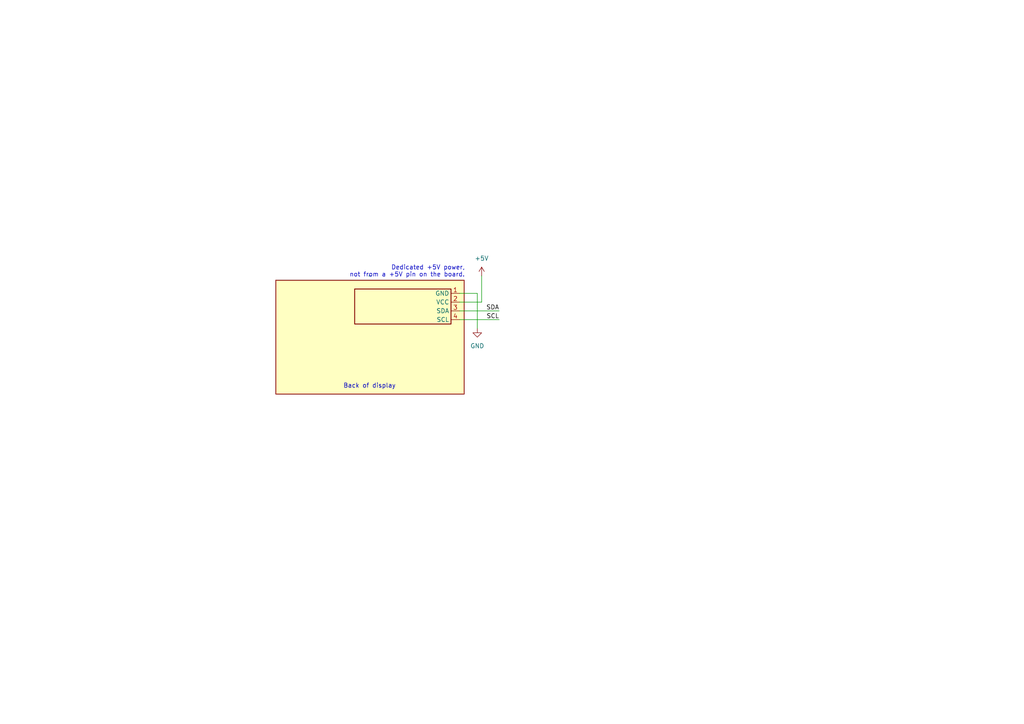
<source format=kicad_sch>
(kicad_sch (version 20231120) (generator "eeschema") (generator_version "8.0")
  (paper "A4")
  (lib_symbols
    (symbol "power:+5V" (power) (pin_numbers hide) (pin_names (offset 0) hide)
      (property "Value" "+5V" (at 0 3.556 0))
      (symbol "+5V_0_1"
        (polyline (pts (xy -0.762 1.27) (xy 0 2.54)))
        (polyline (pts (xy 0 0) (xy 0 2.54)))
        (polyline (pts (xy 0 2.54) (xy 0.762 1.27)))
      )
      (symbol "+5V_1_1"
        (pin power_in line (at 0 0 90) (length 0) (name "~") (number "1"))
      )
    )
    (symbol "power:GND" (power) (pin_numbers hide) (pin_names (offset 0) hide)
      (property "Value" "GND" (at 0 -3.81 0))
      (symbol "GND_0_1"
        (polyline (pts (xy 0 0) (xy 0 -1.27) (xy 1.27 -1.27) (xy 0 -2.54) (xy -1.27 -1.27) (xy 0 -1.27)))
      )
      (symbol "GND_1_1"
        (pin power_in line (at 0 0 270) (length 0) (name "~") (number "1"))
      )
    )
    (symbol "symbols:LCD"
      (property "Reference" "U" (at -120.65 45.466 0))
      (symbol "LCD_0_0"
        (pin passive line (at 25.4 12.7 180) (length 2.54) (name "GND") (number "1"))
        (pin power_in line (at 25.4 10.16 180) (length 2.54) (name "VCC") (number "2"))
        (pin power_in line (at 25.4 5.08 180) (length 2.54) (name "SCL") (number "4"))
      )
      (symbol "LCD_1_0"
        (pin bidirectional line (at 25.4 7.62 180) (length 2.54) (name "SDA") (number "3"))
      )
      (symbol "LCD_1_1"
        (rectangle (start -27.94 16.51) (end 26.67 -16.51) (stroke (width 0.254)) (fill (type background)))
        (rectangle (start -5.08 13.97) (end 22.86 3.81) (stroke (width 0.254)) (fill (type background)))
      )
    )
  )
  (wire (pts (xy 139.7 80.01) (xy 139.7 87.63)))
  (wire (pts (xy 133.35 90.17) (xy 144.78 90.17)))
  (wire (pts (xy 133.35 85.09) (xy 138.43 85.09)))
  (wire (pts (xy 138.43 85.09) (xy 138.43 95.25)))
  (wire (pts (xy 133.35 92.71) (xy 144.78 92.71)))
  (wire (pts (xy 133.35 87.63) (xy 139.7 87.63)))
  (text "Dedicated +5V power,\nnot from a +5V pin on the board." (at 134.874 78.74 0) (effects (font (size 1.27 1.27)) (justify right)))
  (text "Back of display" (at 107.188 112.014 0) (effects (font (size 1.27 1.27))))
  (label "SCL" (at 144.78 92.71 180))
  (label "SDA" (at 144.78 90.17 180))
  (symbol (lib_id "power:GND") (at 138.43 95.25 0) (unit 1)
    (property "Reference" "#PWR01" (effects (hide yes)))
    (property "Value" "GND" (at 138.43 100.33 0))
    (property "Description" "Power symbol creates a global label with name \"GND\" , ground" (effects (hide yes)))
  )
  (symbol (lib_id "symbols:LCD") (at 107.95 97.79 0) (unit 1)
    (property "Reference" "U1" (effects (hide yes)))
    (property "Value" "~" (at 107.315 80.01 0))
  )
  (symbol (lib_id "power:+5V") (at 139.7 80.01 0) (unit 1)
    (property "Reference" "#PWR02" (effects (hide yes)))
    (property "Value" "+5V" (at 139.7 74.93 0))
    (property "Description" "Power symbol creates a global label with name \"+5V\"" (effects (hide yes)))
  )
)
</source>
